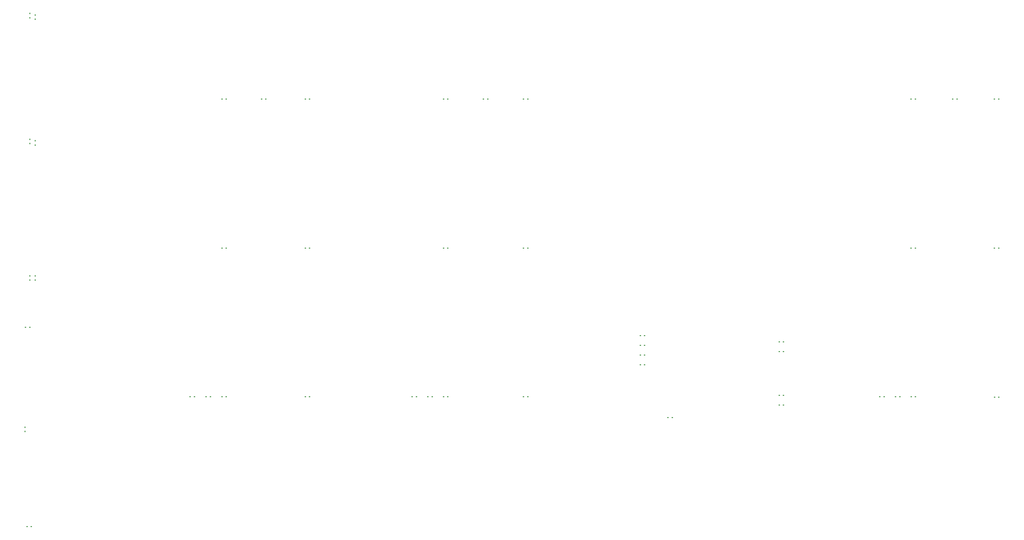
<source format=gtp>
%TF.GenerationSoftware,KiCad,Pcbnew,7.0.8*%
%TF.CreationDate,2024-01-15T20:22:08-08:00*%
%TF.ProjectId,FlexDeploySidePanels,466c6578-4465-4706-9c6f-795369646550,rev?*%
%TF.SameCoordinates,Original*%
%TF.FileFunction,Paste,Top*%
%TF.FilePolarity,Positive*%
%FSLAX46Y46*%
G04 Gerber Fmt 4.6, Leading zero omitted, Abs format (unit mm)*
G04 Created by KiCad (PCBNEW 7.0.8) date 2024-01-15 20:22:08*
%MOMM*%
%LPD*%
G01*
G04 APERTURE LIST*
%ADD10R,0.560000X0.400000*%
%ADD11R,0.400000X0.560000*%
G04 APERTURE END LIST*
D10*
%TO.C,D15*%
X401845000Y-261122856D03*
X403415000Y-261122856D03*
%TD*%
%TO.C,D7*%
X451655000Y-261620000D03*
X450085000Y-261620000D03*
%TD*%
%TO.C,D10*%
X351025000Y-242818572D03*
X352595000Y-242818572D03*
%TD*%
%TO.C,D45*%
X440205000Y-261620000D03*
X438635000Y-261620000D03*
%TD*%
%TO.C,D9*%
X351025000Y-239257144D03*
X352595000Y-239257144D03*
%TD*%
D11*
%TO.C,D35*%
X127762000Y-217378000D03*
X127762000Y-218948000D03*
%TD*%
%TO.C,D37*%
X127762000Y-121435000D03*
X127762000Y-123005000D03*
%TD*%
D10*
%TO.C,D13*%
X401845000Y-241548572D03*
X403415000Y-241548572D03*
%TD*%
%TO.C,D43*%
X362735000Y-269240000D03*
X361165000Y-269240000D03*
%TD*%
%TO.C,D41*%
X187960000Y-261620000D03*
X186390000Y-261620000D03*
%TD*%
%TO.C,D24*%
X309880000Y-261620000D03*
X308310000Y-261620000D03*
%TD*%
D11*
%TO.C,D36*%
X127762000Y-167435000D03*
X127762000Y-169005000D03*
%TD*%
D10*
%TO.C,D11*%
X351025000Y-246380000D03*
X352595000Y-246380000D03*
%TD*%
%TO.C,D27*%
X199621000Y-207250000D03*
X198051000Y-207250000D03*
%TD*%
%TO.C,D28*%
X199621000Y-152750000D03*
X198051000Y-152750000D03*
%TD*%
%TO.C,D12*%
X351025000Y-249941428D03*
X352595000Y-249941428D03*
%TD*%
%TO.C,D5*%
X451635000Y-152750000D03*
X450065000Y-152750000D03*
%TD*%
D11*
%TO.C,D40*%
X129772000Y-218948000D03*
X129772000Y-217378000D03*
%TD*%
D10*
%TO.C,D26*%
X199621000Y-261620000D03*
X198051000Y-261620000D03*
%TD*%
%TO.C,D44*%
X269171000Y-261620000D03*
X267601000Y-261620000D03*
%TD*%
%TO.C,D21*%
X295263500Y-152750000D03*
X293693500Y-152750000D03*
%TD*%
%TO.C,D19*%
X280647000Y-207250000D03*
X279077000Y-207250000D03*
%TD*%
D11*
%TO.C,D33*%
X125984000Y-272750000D03*
X125984000Y-274320000D03*
%TD*%
D10*
%TO.C,D32*%
X230101000Y-261620000D03*
X228531000Y-261620000D03*
%TD*%
D11*
%TO.C,D38*%
X129772000Y-123565000D03*
X129772000Y-121995000D03*
%TD*%
D10*
%TO.C,D3*%
X482115000Y-152750000D03*
X480545000Y-152750000D03*
%TD*%
%TO.C,D23*%
X309880000Y-207250000D03*
X308310000Y-207250000D03*
%TD*%
%TO.C,D1*%
X482135000Y-261750000D03*
X480565000Y-261750000D03*
%TD*%
%TO.C,D29*%
X214076000Y-152750000D03*
X212506000Y-152750000D03*
%TD*%
%TO.C,D42*%
X126746000Y-309118000D03*
X128316000Y-309118000D03*
%TD*%
%TO.C,D30*%
X230101000Y-152750000D03*
X228531000Y-152750000D03*
%TD*%
%TO.C,D2*%
X482095000Y-207250000D03*
X480525000Y-207250000D03*
%TD*%
%TO.C,D25*%
X193790500Y-261620000D03*
X192220500Y-261620000D03*
%TD*%
%TO.C,D20*%
X280647000Y-152750000D03*
X279077000Y-152750000D03*
%TD*%
%TO.C,D17*%
X274909000Y-261620000D03*
X273339000Y-261620000D03*
%TD*%
%TO.C,D16*%
X403395000Y-264684288D03*
X401825000Y-264684288D03*
%TD*%
%TO.C,D6*%
X451635000Y-207250000D03*
X450065000Y-207250000D03*
%TD*%
%TO.C,D14*%
X401845000Y-245110000D03*
X403415000Y-245110000D03*
%TD*%
%TO.C,D4*%
X466875000Y-152750000D03*
X465305000Y-152750000D03*
%TD*%
%TO.C,D34*%
X126192000Y-236220000D03*
X127762000Y-236220000D03*
%TD*%
%TO.C,D18*%
X280647000Y-261620000D03*
X279077000Y-261620000D03*
%TD*%
%TO.C,D31*%
X230101000Y-207250000D03*
X228531000Y-207250000D03*
%TD*%
D11*
%TO.C,D39*%
X129772000Y-169565000D03*
X129772000Y-167995000D03*
%TD*%
D10*
%TO.C,D22*%
X309880000Y-152750000D03*
X308310000Y-152750000D03*
%TD*%
%TO.C,D8*%
X445930000Y-261620000D03*
X444360000Y-261620000D03*
%TD*%
M02*

</source>
